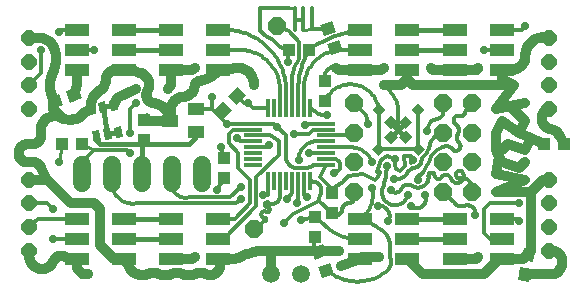
<source format=gtl>
G75*
%MOIN*%
%OFA0B0*%
%FSLAX24Y24*%
%IPPOS*%
%LPD*%
%AMOC8*
5,1,8,0,0,1.08239X$1,22.5*
%
%ADD10R,0.0787X0.0433*%
%ADD11R,0.0315X0.0315*%
%ADD12R,0.0630X0.0118*%
%ADD13R,0.0118X0.0630*%
%ADD14OC8,0.0515*%
%ADD15C,0.0600*%
%ADD16R,0.0433X0.0394*%
%ADD17R,0.0551X0.0394*%
%ADD18R,0.0236X0.0354*%
%ADD19R,0.0394X0.0433*%
%ADD20OC8,0.0600*%
%ADD21C,0.0160*%
%ADD22C,0.0120*%
%ADD23C,0.0278*%
%ADD24C,0.0100*%
%ADD25C,0.0320*%
%ADD26C,0.0357*%
%ADD27C,0.0591*%
D10*
X004160Y001281D03*
X004160Y001950D03*
X004160Y002619D03*
X005735Y002619D03*
X005735Y001950D03*
X005735Y001281D03*
X007310Y001281D03*
X007310Y001950D03*
X007310Y002619D03*
X008885Y002619D03*
X008885Y001950D03*
X008885Y001281D03*
X013609Y001281D03*
X013609Y001950D03*
X013609Y002619D03*
X015184Y002619D03*
X015184Y001950D03*
X015184Y001281D03*
X016759Y001281D03*
X016759Y001950D03*
X016759Y002619D03*
X018334Y002619D03*
X018334Y001950D03*
X018334Y001281D03*
X018334Y007580D03*
X018334Y008249D03*
X018334Y008919D03*
X016759Y008919D03*
X016759Y008249D03*
X016759Y007580D03*
X015184Y007580D03*
X015184Y008249D03*
X015184Y008919D03*
X013609Y008919D03*
X013609Y008249D03*
X013609Y007580D03*
X008885Y007580D03*
X008885Y008249D03*
X008885Y008919D03*
X007310Y008919D03*
X007310Y008249D03*
X007310Y007580D03*
X005735Y007580D03*
X005735Y008249D03*
X005735Y008919D03*
X004160Y008919D03*
X004160Y008249D03*
X004160Y007580D03*
D11*
G36*
X014227Y006475D02*
X014449Y006253D01*
X014227Y006031D01*
X014005Y006253D01*
X014227Y006475D01*
G37*
G36*
X014645Y006058D02*
X014867Y005836D01*
X014645Y005614D01*
X014423Y005836D01*
X014645Y006058D01*
G37*
G36*
X015355Y005836D02*
X015133Y005614D01*
X014911Y005836D01*
X015133Y006058D01*
X015355Y005836D01*
G37*
G36*
X015772Y006253D02*
X015550Y006031D01*
X015328Y006253D01*
X015550Y006475D01*
X015772Y006253D01*
G37*
G36*
X015133Y005126D02*
X014911Y005348D01*
X015133Y005570D01*
X015355Y005348D01*
X015133Y005126D01*
G37*
G36*
X015550Y004708D02*
X015328Y004930D01*
X015550Y005152D01*
X015772Y004930D01*
X015550Y004708D01*
G37*
G36*
X014423Y005348D02*
X014645Y005570D01*
X014867Y005348D01*
X014645Y005126D01*
X014423Y005348D01*
G37*
G36*
X014005Y004930D02*
X014227Y005152D01*
X014449Y004930D01*
X014227Y004708D01*
X014005Y004930D01*
G37*
D12*
X012468Y005001D03*
X012468Y004804D03*
X012468Y004608D03*
X012468Y004411D03*
X012468Y005198D03*
X012468Y005395D03*
X012468Y005592D03*
X012468Y005789D03*
X010027Y005789D03*
X010027Y005592D03*
X010027Y005395D03*
X010027Y005198D03*
X010027Y005001D03*
X010027Y004804D03*
X010027Y004608D03*
X010027Y004411D03*
D13*
X010558Y003879D03*
X010755Y003879D03*
X010952Y003879D03*
X011149Y003879D03*
X011345Y003879D03*
X011542Y003879D03*
X011739Y003879D03*
X011936Y003879D03*
X011936Y006320D03*
X011739Y006320D03*
X011542Y006320D03*
X011345Y006320D03*
X011149Y006320D03*
X010952Y006320D03*
X010755Y006320D03*
X010558Y006320D03*
D14*
X002586Y006281D03*
X002586Y007068D03*
X002586Y007856D03*
X002586Y008643D03*
X002586Y003919D03*
X002586Y003131D03*
X002586Y002344D03*
X002586Y001556D03*
X019908Y001556D03*
X019908Y002344D03*
X019908Y003131D03*
X019908Y003919D03*
X019908Y006281D03*
X019908Y007068D03*
X019908Y007856D03*
X019908Y008643D03*
D15*
X008326Y004415D02*
X008326Y003815D01*
X007326Y003815D02*
X007326Y004415D01*
X006326Y004415D02*
X006326Y003815D01*
X005326Y003815D02*
X005326Y004415D01*
X004326Y004415D02*
X004326Y003815D01*
D16*
G36*
X009334Y006254D02*
X009029Y005949D01*
X008750Y006228D01*
X009055Y006533D01*
X009334Y006254D01*
G37*
G36*
X009807Y006727D02*
X009502Y006422D01*
X009223Y006701D01*
X009528Y007006D01*
X009807Y006727D01*
G37*
X012428Y006537D03*
X012428Y007206D03*
X019731Y005100D03*
X020401Y005100D03*
G36*
X018988Y001235D02*
X019063Y001659D01*
X019450Y001591D01*
X019375Y001167D01*
X018988Y001235D01*
G37*
G36*
X018871Y000576D02*
X018946Y001000D01*
X019333Y000932D01*
X019258Y000508D01*
X018871Y000576D01*
G37*
X012113Y002009D03*
X012113Y002678D03*
G36*
X003722Y006410D02*
X003317Y006263D01*
X003182Y006632D01*
X003587Y006779D01*
X003722Y006410D01*
G37*
G36*
X004351Y006639D02*
X003946Y006492D01*
X003811Y006861D01*
X004216Y007008D01*
X004351Y006639D01*
G37*
D17*
X007271Y005887D03*
X008137Y005513D03*
X008137Y006261D03*
D18*
G36*
X005406Y005659D02*
X005637Y005700D01*
X005698Y005353D01*
X005467Y005312D01*
X005406Y005659D01*
G37*
G36*
X005038Y005594D02*
X005269Y005635D01*
X005330Y005288D01*
X005099Y005247D01*
X005038Y005594D01*
G37*
G36*
X004670Y005529D02*
X004901Y005570D01*
X004962Y005223D01*
X004731Y005182D01*
X004670Y005529D01*
G37*
G36*
X004512Y006421D02*
X004743Y006462D01*
X004804Y006115D01*
X004573Y006074D01*
X004512Y006421D01*
G37*
G36*
X004881Y006486D02*
X005112Y006527D01*
X005173Y006180D01*
X004942Y006139D01*
X004881Y006486D01*
G37*
G36*
X005249Y006551D02*
X005480Y006592D01*
X005541Y006245D01*
X005310Y006204D01*
X005249Y006551D01*
G37*
D19*
X006424Y005926D03*
X006424Y005257D03*
X004338Y005100D03*
X003668Y005100D03*
X009082Y004647D03*
X009082Y003978D03*
X012664Y003466D03*
X012664Y002797D03*
G36*
X012370Y001774D02*
X012505Y001405D01*
X012100Y001258D01*
X011965Y001627D01*
X012370Y001774D01*
G37*
G36*
X012599Y001146D02*
X012734Y000777D01*
X012329Y000630D01*
X012194Y000999D01*
X012599Y001146D01*
G37*
X011897Y008249D03*
X011227Y008249D03*
G36*
X012415Y008699D02*
X012280Y009068D01*
X012685Y009215D01*
X012820Y008846D01*
X012415Y008699D01*
G37*
G36*
X012644Y008070D02*
X012509Y008439D01*
X012914Y008586D01*
X013049Y008217D01*
X012644Y008070D01*
G37*
D20*
X010853Y009037D03*
X013412Y006478D03*
X013412Y005493D03*
X013412Y004509D03*
X013412Y003525D03*
X016365Y003525D03*
X017349Y003525D03*
X017349Y004509D03*
X016365Y004509D03*
X016365Y005493D03*
X017349Y005493D03*
X017349Y006478D03*
X016365Y006478D03*
X010086Y002265D03*
D21*
X007310Y001950D02*
X005735Y001950D01*
X005735Y002619D02*
X007310Y002619D01*
X006326Y004115D02*
X006326Y005100D01*
X007901Y005100D01*
X008097Y005297D01*
X008097Y005474D01*
X008137Y005513D01*
X006326Y005100D02*
X004948Y005100D01*
X004771Y005277D01*
X004816Y005376D01*
X005184Y005441D02*
X005027Y006333D01*
X005395Y006398D01*
X005552Y005506D02*
X005184Y005441D01*
X005735Y008249D02*
X007310Y008249D01*
X007310Y008919D02*
X005735Y008919D01*
X014645Y005836D02*
X014889Y005592D01*
X015133Y005836D01*
X014889Y005592D02*
X014889Y005592D01*
X015133Y005348D01*
X014889Y005592D02*
X014645Y005348D01*
X015184Y002619D02*
X016759Y002619D01*
X016759Y001950D02*
X015184Y001950D01*
X015184Y008249D02*
X016759Y008249D01*
X016759Y008919D02*
X015184Y008919D01*
D22*
X013609Y008919D02*
X013590Y008919D01*
X013019Y008249D02*
X012779Y008328D01*
X013019Y008249D02*
X013609Y008249D01*
X012550Y008957D02*
X011995Y008958D01*
X011995Y009627D01*
X011719Y009627D02*
X011719Y009234D01*
X011719Y008919D01*
X011444Y008919D02*
X011444Y009234D01*
X011719Y009234D01*
X011444Y009234D02*
X011444Y009627D01*
X011247Y009627D02*
X010263Y009627D01*
X010263Y008879D01*
X010460Y008722D01*
X010696Y008564D01*
X010932Y008328D01*
X011227Y008249D01*
X011208Y007856D01*
X011562Y007934D02*
X011562Y008525D01*
X011247Y008879D01*
X009574Y008249D02*
X008885Y008249D01*
X008885Y008919D02*
X009101Y008919D01*
X011345Y007265D02*
X011345Y006320D01*
X011149Y006320D02*
X011149Y006871D01*
X010952Y006871D02*
X010952Y006320D01*
X010558Y006320D02*
X010027Y006320D01*
X009869Y006478D01*
X009752Y006478D01*
X009515Y006714D01*
X010952Y006871D02*
X010950Y006943D01*
X010944Y007015D01*
X010935Y007087D01*
X010922Y007158D01*
X010905Y007228D01*
X010885Y007297D01*
X010860Y007365D01*
X010833Y007431D01*
X010802Y007497D01*
X010767Y007560D01*
X010730Y007622D01*
X010689Y007681D01*
X010645Y007738D01*
X010598Y007793D01*
X010548Y007845D01*
X010496Y007895D01*
X010441Y007942D01*
X010384Y007986D01*
X010325Y008027D01*
X010263Y008064D01*
X010200Y008099D01*
X010134Y008130D01*
X010068Y008157D01*
X010000Y008182D01*
X009931Y008202D01*
X009861Y008219D01*
X009790Y008232D01*
X009718Y008241D01*
X009646Y008247D01*
X009574Y008249D01*
X011739Y006970D02*
X011739Y006320D01*
X011542Y006320D02*
X011542Y006871D01*
X012152Y006163D02*
X012187Y006140D01*
X012224Y006121D01*
X012262Y006104D01*
X012301Y006092D01*
X012342Y006083D01*
X012383Y006078D01*
X012424Y006076D01*
X012466Y006078D01*
X012507Y006084D01*
X012153Y006163D02*
X011936Y006320D01*
X011818Y005789D02*
X012468Y005789D01*
X012468Y005592D02*
X012054Y005592D01*
X011916Y005454D01*
X011405Y005454D01*
X011129Y005415D02*
X010853Y005690D01*
X010755Y005789D01*
X010027Y005789D01*
X009180Y005789D01*
X008885Y006084D01*
X009042Y006241D01*
X008885Y006084D02*
X008688Y006281D01*
X008688Y006674D01*
X009101Y008918D02*
X009190Y008916D01*
X009279Y008910D01*
X009368Y008900D01*
X009456Y008887D01*
X009544Y008869D01*
X009631Y008848D01*
X009717Y008823D01*
X009801Y008795D01*
X009884Y008762D01*
X009966Y008726D01*
X010046Y008687D01*
X010125Y008644D01*
X010201Y008597D01*
X010275Y008548D01*
X010347Y008495D01*
X010417Y008439D01*
X010484Y008380D01*
X010548Y008318D01*
X010610Y008254D01*
X010669Y008187D01*
X010725Y008117D01*
X010778Y008045D01*
X010827Y007971D01*
X010874Y007895D01*
X010917Y007816D01*
X010956Y007736D01*
X010992Y007654D01*
X011025Y007571D01*
X011053Y007487D01*
X011078Y007401D01*
X011099Y007314D01*
X011117Y007226D01*
X011130Y007138D01*
X011140Y007049D01*
X011146Y006960D01*
X011148Y006871D01*
X012428Y007206D02*
X012428Y007363D01*
X011562Y007934D02*
X011528Y007880D01*
X011496Y007823D01*
X011467Y007766D01*
X011441Y007706D01*
X011418Y007646D01*
X011398Y007584D01*
X011381Y007522D01*
X011367Y007458D01*
X011357Y007394D01*
X011350Y007330D01*
X011346Y007265D01*
X012428Y007363D02*
X012430Y007397D01*
X012435Y007430D01*
X012444Y007462D01*
X012457Y007493D01*
X012473Y007523D01*
X012492Y007551D01*
X012514Y007576D01*
X012538Y007599D01*
X012565Y007619D01*
X012594Y007636D01*
X012624Y007650D01*
X012656Y007661D01*
X012689Y007667D01*
X012723Y007671D01*
X012756Y007670D01*
X012790Y007666D01*
X012822Y007659D01*
X013413Y005493D02*
X013341Y005471D01*
X013269Y005451D01*
X013195Y005434D01*
X013121Y005420D01*
X013047Y005409D01*
X012972Y005401D01*
X012897Y005397D01*
X012822Y005395D01*
X012468Y005395D01*
X012468Y005198D02*
X012074Y005198D01*
X012468Y005001D02*
X013314Y005001D01*
X012743Y004608D02*
X012468Y004608D01*
X012074Y005199D02*
X012027Y005189D01*
X011981Y005175D01*
X011936Y005158D01*
X011893Y005137D01*
X011851Y005113D01*
X011811Y005086D01*
X011774Y005056D01*
X011739Y005023D01*
X011706Y004987D01*
X011677Y004949D01*
X011651Y004909D01*
X011627Y004867D01*
X011608Y004823D01*
X011591Y004778D01*
X011578Y004731D01*
X011569Y004684D01*
X011564Y004636D01*
X011562Y004588D01*
X011444Y004312D02*
X011267Y004371D01*
X011129Y004588D01*
X011129Y005415D01*
X010893Y005218D02*
X010597Y005395D01*
X010027Y005395D01*
X010027Y005592D02*
X009377Y005592D01*
X009239Y005454D01*
X009239Y005139D01*
X009554Y004824D01*
X009554Y004312D01*
X009948Y003919D01*
X009948Y003131D01*
X009436Y002619D01*
X008885Y002619D01*
X009475Y003131D02*
X009633Y003289D01*
X009279Y003328D02*
X009633Y003682D01*
X012231Y003210D02*
X012255Y003297D01*
X012277Y003386D01*
X012295Y003474D01*
X012310Y003564D01*
X012309Y003564D02*
X012311Y003595D01*
X012309Y003625D01*
X012303Y003656D01*
X012293Y003685D01*
X012280Y003713D01*
X012264Y003739D01*
X012244Y003763D01*
X012222Y003784D01*
X012198Y003803D01*
X012171Y003818D01*
X012143Y003830D01*
X012113Y003839D01*
X012113Y003840D02*
X011936Y003879D01*
X011739Y003879D02*
X011739Y003426D01*
X011838Y003328D01*
X011542Y003151D02*
X011523Y003131D01*
X011542Y003151D02*
X011542Y003879D01*
X011345Y003879D02*
X011345Y003466D01*
X011168Y003289D01*
X010952Y003426D02*
X010932Y003407D01*
X010952Y003426D02*
X010952Y003879D01*
X010558Y003879D02*
X010558Y003407D01*
X010381Y003407D01*
X010578Y003132D02*
X010607Y003121D01*
X010636Y003115D01*
X010666Y003111D01*
X010697Y003112D01*
X010727Y003115D01*
X010756Y003123D01*
X010784Y003134D01*
X010811Y003148D01*
X010836Y003165D01*
X010859Y003185D01*
X010879Y003207D01*
X010897Y003232D01*
X010911Y003259D01*
X010922Y003287D01*
X010930Y003316D01*
X010934Y003346D01*
X010935Y003377D01*
X010932Y003407D01*
X010578Y003132D02*
X010567Y003144D01*
X010554Y003153D01*
X010539Y003160D01*
X010523Y003163D01*
X010506Y003162D01*
X010491Y003159D01*
X010476Y003152D01*
X010463Y003142D01*
X010453Y003129D01*
X010445Y003115D01*
X010441Y003099D01*
X010440Y003083D01*
X010443Y003067D01*
X010449Y003052D01*
X010458Y003038D01*
X010469Y003027D01*
X010483Y003018D01*
X010499Y003013D01*
X010517Y003014D01*
X010534Y003010D01*
X010550Y003003D01*
X010565Y002994D01*
X010577Y002981D01*
X010587Y002966D01*
X010593Y002950D01*
X010596Y002932D01*
X010595Y002915D01*
X010591Y002897D01*
X010583Y002882D01*
X010573Y002868D01*
X010559Y002856D01*
X010544Y002847D01*
X010527Y002842D01*
X010510Y002840D01*
X010492Y002842D01*
X010475Y002847D01*
X010460Y002855D01*
X010441Y002860D01*
X010422Y002862D01*
X010403Y002860D01*
X010384Y002855D01*
X010367Y002846D01*
X010352Y002834D01*
X010339Y002820D01*
X010329Y002804D01*
X010322Y002786D01*
X010318Y002767D01*
X010318Y002747D01*
X010322Y002728D01*
X010329Y002710D01*
X010339Y002694D01*
X010352Y002680D01*
X010367Y002668D01*
X010384Y002659D01*
X010403Y002654D01*
X010422Y002652D01*
X010441Y002654D01*
X010460Y002659D01*
X010472Y002649D01*
X010481Y002637D01*
X010487Y002622D01*
X010489Y002607D01*
X010488Y002592D01*
X010483Y002577D01*
X010475Y002564D01*
X010464Y002554D01*
X010451Y002546D01*
X010436Y002541D01*
X010421Y002540D01*
X011090Y002462D02*
X011365Y002777D01*
X012231Y003210D01*
X012664Y002797D01*
X012664Y002796D02*
X012685Y002778D01*
X012709Y002763D01*
X012735Y002752D01*
X012761Y002743D01*
X012789Y002739D01*
X012817Y002738D01*
X012845Y002741D01*
X012872Y002748D01*
X012898Y002758D01*
X012922Y002771D01*
X012945Y002788D01*
X012965Y002807D01*
X012982Y002829D01*
X012997Y002854D01*
X013007Y002879D01*
X013015Y002906D01*
X013019Y002934D01*
X013023Y002961D01*
X013030Y002988D01*
X013041Y003013D01*
X013055Y003037D01*
X013071Y003059D01*
X013091Y003079D01*
X013113Y003095D01*
X013137Y003109D01*
X013162Y003120D01*
X013189Y003127D01*
X013216Y003131D01*
X013216Y003132D02*
X013247Y003136D01*
X013277Y003143D01*
X013306Y003155D01*
X013334Y003169D01*
X013359Y003188D01*
X013382Y003209D01*
X013402Y003232D01*
X013420Y003258D01*
X013434Y003286D01*
X013444Y003316D01*
X013451Y003346D01*
X013454Y003377D01*
X013453Y003408D01*
X013448Y003439D01*
X013440Y003469D01*
X013428Y003498D01*
X013413Y003525D01*
X012547Y002305D02*
X012602Y002259D01*
X012660Y002216D01*
X012719Y002176D01*
X012781Y002139D01*
X012844Y002105D01*
X012909Y002074D01*
X012975Y002047D01*
X013043Y002022D01*
X013111Y002001D01*
X013181Y001984D01*
X013251Y001970D01*
X013322Y001959D01*
X013394Y001951D01*
X013466Y001948D01*
X013537Y001947D01*
X013609Y001950D01*
X014476Y000848D02*
X014414Y000803D01*
X014349Y000761D01*
X014283Y000722D01*
X014215Y000687D01*
X014146Y000655D01*
X014075Y000626D01*
X014003Y000601D01*
X013929Y000579D01*
X013855Y000561D01*
X013779Y000546D01*
X013704Y000536D01*
X013627Y000529D01*
X013551Y000525D01*
X013474Y000526D01*
X013398Y000530D01*
X013321Y000538D01*
X013246Y000549D01*
X013171Y000564D01*
X013096Y000583D01*
X013023Y000605D01*
X012951Y000631D01*
X012880Y000661D01*
X012811Y000693D01*
X012743Y000729D01*
X012743Y000730D02*
X012464Y000888D01*
X010420Y002541D02*
X010349Y002491D01*
X010280Y002439D01*
X010213Y002384D01*
X010148Y002326D01*
X010086Y002265D01*
X010145Y003052D02*
X009082Y001950D01*
X008885Y001950D01*
X009475Y003131D02*
X006129Y003131D01*
X005326Y003737D02*
X005326Y004115D01*
X005326Y003738D02*
X005335Y003687D01*
X005347Y003638D01*
X005363Y003590D01*
X005382Y003543D01*
X005405Y003497D01*
X005430Y003453D01*
X005459Y003412D01*
X005491Y003372D01*
X005526Y003335D01*
X005563Y003300D01*
X005602Y003268D01*
X005644Y003239D01*
X005687Y003212D01*
X005733Y003190D01*
X005779Y003170D01*
X005828Y003154D01*
X005877Y003141D01*
X005927Y003132D01*
X005977Y003126D01*
X006028Y003124D01*
X006079Y003126D01*
X006129Y003131D01*
X007326Y003706D02*
X007326Y004115D01*
X007326Y003706D02*
X007336Y003665D01*
X007350Y003625D01*
X007368Y003586D01*
X007388Y003549D01*
X007412Y003514D01*
X007439Y003481D01*
X007469Y003450D01*
X007501Y003423D01*
X007535Y003398D01*
X007571Y003376D01*
X007610Y003358D01*
X007649Y003343D01*
X007690Y003331D01*
X007732Y003323D01*
X007774Y003319D01*
X007816Y003318D01*
X007858Y003321D01*
X007900Y003328D01*
X007901Y003328D02*
X009279Y003328D01*
X008845Y003564D02*
X009082Y003978D01*
X010145Y003997D02*
X010893Y004745D01*
X010893Y005218D01*
X010578Y005060D02*
X010519Y005001D01*
X010027Y005001D01*
X010027Y005198D02*
X009613Y005198D01*
X009515Y005297D01*
X008983Y005001D02*
X009082Y004647D01*
X010145Y003997D02*
X010145Y003052D01*
X011641Y002580D02*
X012113Y002678D01*
X012546Y002304D01*
X012113Y002009D02*
X012034Y001556D01*
X012235Y001516D02*
X011247Y001556D01*
X013609Y002620D02*
X013699Y002588D01*
X013788Y002552D01*
X013876Y002513D01*
X013962Y002471D01*
X014046Y002425D01*
X014128Y002376D01*
X014208Y002323D01*
X014286Y002268D01*
X014362Y002209D01*
X014435Y002147D01*
X014436Y002147D02*
X014465Y002120D01*
X014492Y002089D01*
X014516Y002057D01*
X014536Y002023D01*
X014554Y001987D01*
X014569Y001950D01*
X014580Y001912D01*
X014588Y001872D01*
X014593Y001833D01*
X014594Y001793D01*
X014633Y001241D02*
X014637Y001201D01*
X014638Y001161D01*
X014634Y001120D01*
X014627Y001080D01*
X014616Y001042D01*
X014600Y001004D01*
X014582Y000968D01*
X014560Y000934D01*
X014534Y000903D01*
X014506Y000874D01*
X014475Y000847D01*
X014633Y001241D02*
X014617Y001351D01*
X014605Y001461D01*
X014598Y001571D01*
X014594Y001682D01*
X014593Y001792D01*
X014554Y002540D02*
X014570Y002573D01*
X014582Y002608D01*
X014590Y002643D01*
X014594Y002679D01*
X014595Y002716D01*
X014592Y002752D01*
X014585Y002788D01*
X014574Y002823D01*
X014560Y002857D01*
X014543Y002889D01*
X014522Y002919D01*
X014498Y002946D01*
X014472Y002971D01*
X014443Y002993D01*
X014411Y003012D01*
X014379Y003028D01*
X014344Y003040D01*
X014309Y003049D01*
X014273Y003054D01*
X014236Y003055D01*
X014200Y003052D01*
X014396Y003721D02*
X014378Y003685D01*
X014362Y003646D01*
X014351Y003607D01*
X014343Y003567D01*
X014339Y003526D01*
X014338Y003485D01*
X014342Y003444D01*
X014350Y003403D01*
X014361Y003364D01*
X014376Y003326D01*
X014394Y003289D01*
X014416Y003254D01*
X014441Y003222D01*
X014469Y003191D01*
X014500Y003164D01*
X014533Y003140D01*
X014568Y003119D01*
X014605Y003101D01*
X014644Y003087D01*
X014683Y003077D01*
X014724Y003070D01*
X014765Y003067D01*
X014806Y003068D01*
X014847Y003073D01*
X014887Y003082D01*
X014926Y003094D01*
X014964Y003111D01*
X015000Y003130D01*
X015034Y003153D01*
X015066Y003179D01*
X015095Y003208D01*
X015121Y003240D01*
X015145Y003273D01*
X015165Y003309D01*
X015181Y003347D01*
X015194Y003386D01*
X015203Y003426D01*
X014987Y003603D02*
X015000Y003631D01*
X015016Y003656D01*
X015036Y003680D01*
X015058Y003700D01*
X015082Y003718D01*
X015109Y003733D01*
X015137Y003744D01*
X015166Y003752D01*
X015196Y003756D01*
X015227Y003757D01*
X015257Y003753D01*
X015286Y003746D01*
X015315Y003735D01*
X015341Y003721D01*
X015539Y003919D02*
X015529Y003934D01*
X015522Y003952D01*
X015518Y003970D01*
X015517Y003989D01*
X015520Y004007D01*
X015526Y004025D01*
X015535Y004041D01*
X015547Y004055D01*
X015562Y004067D01*
X015578Y004076D01*
X015893Y004037D02*
X015895Y004000D01*
X015893Y003964D01*
X015887Y003928D01*
X015878Y003893D01*
X015865Y003859D01*
X015848Y003827D01*
X015828Y003796D01*
X015805Y003768D01*
X015779Y003742D01*
X015751Y003719D01*
X015720Y003700D01*
X015688Y003683D01*
X015654Y003670D01*
X015618Y003661D01*
X015582Y003656D01*
X015546Y003654D01*
X015510Y003656D01*
X015474Y003662D01*
X015439Y003672D01*
X015405Y003685D01*
X015372Y003702D01*
X015342Y003722D01*
X014948Y003958D02*
X014751Y003958D01*
X014633Y003565D02*
X014652Y003545D01*
X014674Y003528D01*
X014698Y003514D01*
X014724Y003503D01*
X014751Y003496D01*
X014778Y003492D01*
X014806Y003491D01*
X014834Y003494D01*
X014861Y003501D01*
X014887Y003511D01*
X014911Y003524D01*
X014934Y003540D01*
X014954Y003559D01*
X014972Y003581D01*
X014987Y003604D01*
X015302Y003053D02*
X015328Y003032D01*
X015356Y003013D01*
X015386Y002998D01*
X015417Y002987D01*
X015449Y002978D01*
X015482Y002974D01*
X015516Y002973D01*
X015549Y002976D01*
X015581Y002983D01*
X015613Y002993D01*
X015644Y003006D01*
X015672Y003023D01*
X015699Y003043D01*
X015723Y003066D01*
X015745Y003092D01*
X015764Y003119D01*
X015779Y003149D01*
X015791Y003180D01*
X015800Y003212D01*
X015805Y003245D01*
X015806Y003278D01*
X015803Y003312D01*
X015797Y003344D01*
X015788Y003376D01*
X015774Y003407D01*
X016365Y003525D02*
X016759Y003131D01*
X016785Y003108D01*
X016813Y003087D01*
X016843Y003070D01*
X016875Y003055D01*
X016908Y003044D01*
X016942Y003037D01*
X016976Y003033D01*
X017011Y003032D01*
X017046Y003035D01*
X017080Y003042D01*
X017113Y003052D01*
X017743Y002934D02*
X017940Y003131D01*
X018924Y003131D01*
X018845Y002619D02*
X018334Y002619D01*
X018845Y002619D02*
X018924Y002541D01*
X018334Y001950D02*
X017940Y001950D01*
X017743Y002147D01*
X017743Y002934D01*
X017428Y002737D02*
X017437Y002765D01*
X017442Y002794D01*
X017443Y002823D01*
X017441Y002853D01*
X017435Y002882D01*
X017427Y002909D01*
X017414Y002936D01*
X017399Y002961D01*
X017381Y002984D01*
X017360Y003005D01*
X017337Y003023D01*
X017312Y003038D01*
X017285Y003051D01*
X017258Y003059D01*
X017229Y003065D01*
X017199Y003067D01*
X017170Y003066D01*
X017141Y003061D01*
X017113Y003052D01*
X017350Y003525D02*
X017358Y003559D01*
X017363Y003594D01*
X017364Y003629D01*
X017361Y003664D01*
X017355Y003699D01*
X017346Y003733D01*
X017333Y003765D01*
X017316Y003796D01*
X017297Y003826D01*
X017275Y003853D01*
X017250Y003877D01*
X017223Y003900D01*
X017193Y003919D01*
X017162Y003935D01*
X017129Y003948D01*
X017095Y003957D01*
X017061Y003963D01*
X017026Y003965D01*
X016991Y003964D01*
X016956Y003959D01*
X016955Y003957D02*
X016934Y003955D01*
X016913Y003956D01*
X016892Y003961D01*
X016872Y003969D01*
X016854Y003981D01*
X016838Y003995D01*
X016825Y004012D01*
X016814Y004031D01*
X016807Y004051D01*
X016803Y004072D01*
X016803Y004093D01*
X016807Y004115D01*
X016814Y004135D01*
X016824Y004154D01*
X016837Y004170D01*
X016853Y004185D01*
X016871Y004196D01*
X016891Y004205D01*
X016912Y004210D01*
X016933Y004211D01*
X016955Y004209D01*
X016975Y004203D01*
X016995Y004194D01*
X016995Y004195D02*
X017015Y004174D01*
X017032Y004151D01*
X017046Y004126D01*
X017057Y004100D01*
X017064Y004072D01*
X017068Y004044D01*
X017067Y004015D01*
X017064Y003987D01*
X017056Y003959D01*
X017045Y003933D01*
X017031Y003908D01*
X017013Y003886D01*
X016993Y003865D01*
X016970Y003848D01*
X016945Y003834D01*
X016919Y003823D01*
X016891Y003815D01*
X016863Y003811D01*
X016834Y003811D01*
X016806Y003815D01*
X016778Y003822D01*
X016752Y003833D01*
X016727Y003847D01*
X016704Y003865D01*
X016684Y003885D01*
X016666Y003907D01*
X016652Y003932D01*
X016640Y003958D01*
X016641Y003958D02*
X016632Y003982D01*
X016620Y004004D01*
X016605Y004023D01*
X016587Y004041D01*
X016567Y004056D01*
X016545Y004067D01*
X016521Y004076D01*
X016496Y004081D01*
X016471Y004082D01*
X016447Y004080D01*
X016422Y004074D01*
X016399Y004064D01*
X016377Y004052D01*
X016358Y004036D01*
X016341Y004018D01*
X016326Y003998D01*
X016314Y003982D01*
X016299Y003969D01*
X016282Y003958D01*
X016264Y003950D01*
X016245Y003946D01*
X016226Y003944D01*
X016206Y003946D01*
X016187Y003951D01*
X016169Y003959D01*
X016168Y003958D02*
X016148Y003972D01*
X016131Y003989D01*
X016116Y004009D01*
X016104Y004030D01*
X016095Y004052D01*
X016089Y004076D01*
X016083Y004095D01*
X016074Y004112D01*
X016061Y004127D01*
X016046Y004139D01*
X016029Y004149D01*
X016010Y004154D01*
X015991Y004156D01*
X015971Y004154D01*
X015953Y004148D01*
X015936Y004139D01*
X015920Y004127D01*
X015908Y004112D01*
X015899Y004095D01*
X015893Y004076D01*
X015891Y004057D01*
X015893Y004037D01*
X015696Y004155D02*
X015775Y004273D01*
X015696Y004155D02*
X015682Y004135D01*
X015665Y004117D01*
X015646Y004102D01*
X015625Y004090D01*
X015602Y004081D01*
X015578Y004076D01*
X015421Y004312D02*
X015388Y004305D01*
X015356Y004295D01*
X015325Y004281D01*
X015296Y004264D01*
X015270Y004243D01*
X015245Y004220D01*
X015224Y004194D01*
X015105Y004371D02*
X014948Y004194D01*
X014810Y004293D01*
X014790Y004411D01*
X014790Y004608D01*
X014495Y004706D01*
X014298Y004568D01*
X014160Y004174D01*
X014259Y004174D01*
X014219Y004017D01*
X014101Y003919D01*
X013708Y004115D01*
X013216Y004056D01*
X013058Y003840D01*
X012664Y003604D01*
X012664Y003466D01*
X012664Y003604D02*
X012271Y003997D01*
X012468Y004411D01*
X012054Y004411D01*
X012034Y004391D01*
X011838Y004312D01*
X011444Y004312D01*
X014396Y003722D02*
X014422Y003812D01*
X014443Y003904D01*
X014461Y003997D01*
X014475Y004090D01*
X014486Y004183D01*
X014492Y004277D01*
X014495Y004371D01*
X014947Y003958D02*
X014984Y003969D01*
X015018Y003983D01*
X015052Y004000D01*
X015084Y004021D01*
X015113Y004044D01*
X015141Y004070D01*
X015166Y004098D01*
X015188Y004128D01*
X015207Y004160D01*
X015223Y004194D01*
X015105Y004371D02*
X015086Y004706D01*
X015322Y004726D01*
X015302Y004489D01*
X015381Y004588D01*
X015420Y004312D02*
X015452Y004318D01*
X015483Y004328D01*
X015513Y004341D01*
X015541Y004357D01*
X015567Y004377D01*
X015590Y004399D01*
X015611Y004423D01*
X015630Y004450D01*
X015645Y004479D01*
X015656Y004509D01*
X015657Y004509D02*
X015658Y004542D01*
X015663Y004574D01*
X015671Y004606D01*
X015682Y004637D01*
X015696Y004666D01*
X015550Y004930D02*
X015550Y006253D01*
X015971Y005887D02*
X016267Y005985D01*
X016365Y006084D01*
X016365Y006478D01*
X016916Y006045D02*
X016939Y006041D01*
X016962Y006040D01*
X016985Y006043D01*
X017008Y006049D01*
X017029Y006058D01*
X017049Y006070D01*
X017066Y006084D01*
X017082Y006101D01*
X017095Y006120D01*
X017106Y006141D01*
X017113Y006162D01*
X016916Y006045D02*
X016893Y006048D01*
X016869Y006049D01*
X016845Y006045D01*
X016823Y006038D01*
X016802Y006027D01*
X016782Y006013D01*
X016765Y005997D01*
X016751Y005978D01*
X016740Y005957D01*
X016733Y005934D01*
X016729Y005911D01*
X016728Y005887D01*
X016732Y005864D01*
X016739Y005841D01*
X016749Y005820D01*
X016763Y005801D01*
X016779Y005783D01*
X016798Y005769D01*
X016822Y005752D01*
X016844Y005731D01*
X016863Y005708D01*
X016878Y005683D01*
X016891Y005656D01*
X016900Y005627D01*
X016905Y005598D01*
X016907Y005568D01*
X016905Y005539D01*
X016899Y005510D01*
X016890Y005481D01*
X016877Y005454D01*
X016864Y005426D01*
X016853Y005397D01*
X016847Y005367D01*
X016843Y005336D01*
X016844Y005305D01*
X016847Y005274D01*
X016855Y005244D01*
X016865Y005216D01*
X016879Y005188D01*
X016897Y005162D01*
X016916Y005139D01*
X016917Y005139D02*
X016932Y005120D01*
X016944Y005100D01*
X016953Y005077D01*
X016958Y005054D01*
X016959Y005030D01*
X016957Y005006D01*
X016951Y004983D01*
X016941Y004961D01*
X016928Y004941D01*
X016912Y004923D01*
X016894Y004907D01*
X016874Y004895D01*
X016851Y004886D01*
X016828Y004881D01*
X016804Y004879D01*
X016780Y004881D01*
X016757Y004887D01*
X016735Y004896D01*
X016714Y004908D01*
X016696Y004924D01*
X016681Y004942D01*
X016365Y005494D02*
X016321Y005485D01*
X016278Y005471D01*
X016237Y005454D01*
X016197Y005434D01*
X016159Y005411D01*
X016123Y005384D01*
X016090Y005354D01*
X016059Y005322D01*
X016031Y005287D01*
X016005Y005250D01*
X015984Y005211D01*
X015965Y005170D01*
X015950Y005128D01*
X015939Y005085D01*
X015931Y005041D01*
X015550Y004930D02*
X014227Y004930D01*
X014227Y006253D01*
X014889Y006084D02*
X014891Y006146D01*
X014890Y006208D01*
X014884Y006270D01*
X014875Y006331D01*
X014863Y006391D01*
X014846Y006451D01*
X014826Y006510D01*
X014803Y006567D01*
X014776Y006623D01*
X014746Y006677D01*
X014712Y006729D01*
X014675Y006779D01*
X014636Y006826D01*
X014593Y006871D01*
X014594Y006871D02*
X014397Y007068D01*
X011896Y008249D02*
X011848Y008158D01*
X011804Y008066D01*
X011763Y007972D01*
X011725Y007876D01*
X011690Y007779D01*
X011659Y007682D01*
X011632Y007583D01*
X011608Y007483D01*
X011588Y007382D01*
X011571Y007280D01*
X011559Y007179D01*
X011549Y007076D01*
X011544Y006974D01*
X011542Y006871D01*
X011897Y008249D02*
X011958Y008292D01*
X012022Y008333D01*
X012086Y008371D01*
X012153Y008406D01*
X013019Y008250D02*
X012950Y008248D01*
X012881Y008242D01*
X012812Y008233D01*
X012744Y008220D01*
X012677Y008203D01*
X012610Y008183D01*
X012545Y008159D01*
X012482Y008132D01*
X012419Y008101D01*
X012359Y008067D01*
X012301Y008029D01*
X012244Y007989D01*
X012190Y007946D01*
X012139Y007899D01*
X012090Y007850D01*
X012043Y007799D01*
X012000Y007745D01*
X011960Y007688D01*
X011922Y007630D01*
X011888Y007570D01*
X011857Y007507D01*
X011830Y007444D01*
X011806Y007379D01*
X011786Y007312D01*
X011769Y007245D01*
X011756Y007177D01*
X011747Y007108D01*
X011741Y007039D01*
X011739Y006970D01*
X013412Y006478D02*
X013806Y006084D01*
X013885Y005769D01*
X012822Y006970D02*
X012772Y006938D01*
X012724Y006903D01*
X012678Y006866D01*
X012634Y006826D01*
X012593Y006783D01*
X012554Y006738D01*
X012518Y006690D01*
X012485Y006641D01*
X012455Y006590D01*
X012428Y006537D01*
X012822Y006970D02*
X012875Y006999D01*
X012930Y007024D01*
X012987Y007046D01*
X013044Y007064D01*
X013103Y007078D01*
X013163Y007089D01*
X013223Y007095D01*
X013283Y007098D01*
X013344Y007097D01*
X013404Y007092D01*
X013464Y007083D01*
X013523Y007070D01*
X013581Y007053D01*
X013638Y007033D01*
X013693Y007009D01*
X013747Y006982D01*
X013799Y006951D01*
X013849Y006917D01*
X013897Y006879D01*
X013942Y006839D01*
X013984Y006796D01*
X014024Y006750D01*
X014060Y006702D01*
X014093Y006651D01*
X014123Y006599D01*
X014150Y006544D01*
X014173Y006488D01*
X014192Y006431D01*
X014208Y006373D01*
X014220Y006313D01*
X014227Y006253D01*
X014889Y006084D02*
X014889Y005592D01*
X015932Y005041D02*
X015917Y004994D01*
X015899Y004947D01*
X015878Y004902D01*
X015854Y004858D01*
X015828Y004816D01*
X015798Y004775D01*
X015767Y004737D01*
X015732Y004701D01*
X015696Y004667D01*
X016405Y005021D02*
X016431Y005030D01*
X016459Y005036D01*
X016487Y005038D01*
X016515Y005037D01*
X016542Y005032D01*
X016569Y005025D01*
X016595Y005014D01*
X016619Y005000D01*
X016642Y004983D01*
X016662Y004964D01*
X016680Y004942D01*
X016089Y004824D02*
X016060Y004796D01*
X016033Y004765D01*
X016008Y004733D01*
X015985Y004699D01*
X015965Y004663D01*
X015947Y004626D01*
X015932Y004588D01*
X016089Y004824D02*
X016137Y004864D01*
X016186Y004902D01*
X016238Y004936D01*
X016292Y004968D01*
X016347Y004996D01*
X016404Y005021D01*
X015834Y005533D02*
X015873Y005690D01*
X015971Y005887D01*
X015933Y004587D02*
X015908Y004521D01*
X015879Y004457D01*
X015848Y004394D01*
X015813Y004332D01*
X015776Y004272D01*
X013589Y008918D02*
X013473Y008899D01*
X013357Y008876D01*
X013242Y008850D01*
X013128Y008820D01*
X013014Y008787D01*
X012902Y008751D01*
X012791Y008711D01*
X012681Y008668D01*
X012572Y008622D01*
X012465Y008573D01*
X012359Y008521D01*
X012255Y008465D01*
X012152Y008407D01*
X011247Y008880D02*
X011166Y008905D01*
X011086Y008934D01*
X011007Y008965D01*
X010930Y009000D01*
X010854Y009037D01*
X006129Y006478D02*
X005932Y006281D01*
X005932Y005493D01*
X006424Y005257D02*
X006424Y005198D01*
X006326Y005100D01*
X006424Y005100D01*
X005932Y004804D02*
X005834Y004903D01*
X004751Y004903D01*
X004523Y004674D01*
X004326Y004115D01*
X003176Y003131D02*
X002586Y003131D01*
X003176Y003131D02*
X003373Y002934D01*
X002861Y002619D02*
X004160Y002619D01*
X004160Y001950D02*
X003373Y001950D01*
X002861Y002619D02*
X002586Y002344D01*
X008137Y005513D02*
X008156Y005493D01*
X008137Y006261D02*
X008156Y006281D01*
X008688Y006281D01*
X006523Y006084D02*
X006424Y005926D01*
X003452Y006521D02*
X003373Y006674D01*
X002586Y007068D02*
X002979Y007462D01*
X002979Y008249D01*
X004160Y008249D02*
X004751Y008249D01*
X004160Y008919D02*
X003649Y008919D01*
X003570Y008840D01*
X011759Y005730D02*
X011818Y005789D01*
X011916Y004804D02*
X012468Y004804D01*
X012743Y004607D02*
X012772Y004603D01*
X012800Y004595D01*
X012827Y004583D01*
X012852Y004568D01*
X012875Y004550D01*
X012895Y004529D01*
X012913Y004506D01*
X012927Y004480D01*
X012938Y004453D01*
X012946Y004425D01*
X012950Y004396D01*
X012950Y004366D01*
X012946Y004337D01*
X012938Y004309D01*
X012927Y004282D01*
X012913Y004256D01*
X012895Y004233D01*
X012875Y004212D01*
X012852Y004194D01*
X012827Y004179D01*
X012800Y004167D01*
X012772Y004159D01*
X012743Y004155D01*
X013314Y005001D02*
X013367Y004999D01*
X013420Y004993D01*
X013472Y004984D01*
X013523Y004970D01*
X013574Y004953D01*
X013623Y004932D01*
X013670Y004908D01*
X013715Y004880D01*
X013758Y004850D01*
X013799Y004816D01*
X013838Y004779D01*
X013873Y004739D01*
X013906Y004697D01*
X013935Y004653D01*
X013961Y004607D01*
X013984Y004559D01*
X014003Y004509D01*
X014003Y003643D02*
X014017Y003586D01*
X014027Y003529D01*
X014033Y003470D01*
X014036Y003412D01*
X014035Y003353D01*
X014030Y003294D01*
X014022Y003236D01*
X014009Y003179D01*
X013994Y003122D01*
X013974Y003067D01*
X013952Y003013D01*
X013925Y002960D01*
X013896Y002910D01*
X013863Y002861D01*
X013828Y002814D01*
X013789Y002770D01*
X013748Y002728D01*
X013704Y002689D01*
X013658Y002653D01*
X013609Y002620D01*
X017113Y006163D02*
X017126Y006206D01*
X017143Y006248D01*
X017163Y006288D01*
X017187Y006326D01*
X017214Y006362D01*
X017244Y006395D01*
X017277Y006426D01*
X017312Y006453D01*
X017349Y006478D01*
X017743Y008249D02*
X018334Y008249D01*
X018334Y008919D02*
X019003Y008919D01*
X019121Y009037D01*
D23*
X019121Y009037D03*
X017743Y008249D03*
X012507Y006084D03*
X011759Y005730D03*
X011405Y005454D03*
X010853Y005690D03*
X010578Y005060D03*
X009515Y005297D03*
X008983Y005001D03*
X009180Y005789D03*
X009869Y006478D03*
X008688Y006674D03*
X006129Y006478D03*
X005932Y005493D03*
X005932Y004804D03*
X003570Y004509D03*
X003373Y002934D03*
X003373Y001950D03*
X008845Y003564D03*
X009633Y003682D03*
X009633Y003289D03*
X010381Y003407D03*
X011168Y003289D03*
X011523Y003131D03*
X011838Y003328D03*
X011641Y002580D03*
X011090Y002462D03*
X014003Y003643D03*
X014633Y003564D03*
X015204Y003426D03*
X015302Y003052D03*
X015775Y003407D03*
X015538Y003919D03*
X014751Y003958D03*
X014495Y004371D03*
X014790Y004608D03*
X015381Y004588D03*
X014003Y004509D03*
X012743Y004155D03*
X011562Y004588D03*
X011916Y004804D03*
X013885Y005769D03*
X015834Y005533D03*
X011208Y007856D03*
X004751Y008249D03*
X003570Y008840D03*
X002979Y008249D03*
X014200Y003052D03*
X014554Y002541D03*
X017428Y002737D03*
X018924Y002541D03*
X018924Y003131D03*
D24*
X011995Y008958D02*
X011719Y008919D01*
X011444Y009627D02*
X011247Y009627D01*
X004751Y004903D02*
X004338Y005100D01*
X003668Y005100D02*
X003570Y004509D01*
D25*
X002586Y001556D02*
X002586Y001359D01*
X002588Y001319D01*
X002593Y001280D01*
X002603Y001242D01*
X002616Y001204D01*
X002632Y001168D01*
X002652Y001134D01*
X002675Y001102D01*
X002700Y001072D01*
X002729Y001044D01*
X002760Y001020D01*
X002793Y000998D01*
X002828Y000980D01*
X002865Y000965D01*
X002903Y000953D01*
X002941Y000946D01*
X002981Y000942D01*
X003020Y000941D01*
X003060Y000945D01*
X003099Y000952D01*
X003137Y000963D01*
X003174Y000977D01*
X003209Y000995D01*
X003243Y001016D01*
X003274Y001040D01*
X003303Y001067D01*
X003329Y001096D01*
X003353Y001128D01*
X003373Y001162D01*
X003373Y001163D02*
X003412Y001241D01*
X003413Y001241D02*
X003428Y001267D01*
X003445Y001291D01*
X003465Y001312D01*
X003487Y001332D01*
X003512Y001349D01*
X003538Y001363D01*
X003566Y001373D01*
X003594Y001381D01*
X003623Y001386D01*
X003653Y001387D01*
X003682Y001385D01*
X003712Y001379D01*
X003740Y001371D01*
X003767Y001359D01*
X004160Y001163D01*
X004160Y000966D01*
X004357Y000769D01*
X004554Y000769D01*
X004160Y001163D02*
X004160Y001281D01*
X004948Y001753D02*
X005420Y001281D01*
X005735Y001281D01*
X005932Y000966D01*
X005956Y000931D01*
X005983Y000898D01*
X006013Y000868D01*
X006044Y000841D01*
X006079Y000816D01*
X006115Y000795D01*
X006153Y000776D01*
X006192Y000761D01*
X006233Y000749D01*
X006274Y000741D01*
X006316Y000737D01*
X006358Y000736D01*
X006401Y000739D01*
X006442Y000745D01*
X006483Y000755D01*
X006523Y000769D01*
X006522Y000768D02*
X006565Y000783D01*
X006608Y000794D01*
X006652Y000801D01*
X006697Y000805D01*
X006741Y000805D01*
X006786Y000801D01*
X006830Y000794D01*
X006873Y000783D01*
X006916Y000768D01*
X006916Y000769D02*
X006959Y000754D01*
X007002Y000743D01*
X007046Y000736D01*
X007091Y000732D01*
X007135Y000732D01*
X007180Y000736D01*
X007224Y000743D01*
X007267Y000754D01*
X007310Y000769D01*
X007310Y001281D02*
X008019Y001281D01*
X008097Y001359D01*
X008098Y000769D02*
X008055Y000754D01*
X008012Y000743D01*
X007968Y000736D01*
X007923Y000732D01*
X007879Y000732D01*
X007834Y000736D01*
X007790Y000743D01*
X007747Y000754D01*
X007704Y000769D01*
X008491Y000769D02*
X008525Y000757D01*
X008560Y000750D01*
X008596Y000746D01*
X008632Y000747D01*
X008668Y000751D01*
X008703Y000758D01*
X008737Y000770D01*
X008770Y000785D01*
X008801Y000804D01*
X008829Y000825D01*
X008856Y000850D01*
X008879Y000878D01*
X008900Y000907D01*
X008917Y000939D01*
X008930Y000972D01*
X008940Y001007D01*
X008947Y001042D01*
X008949Y001078D01*
X008948Y001114D01*
X008942Y001150D01*
X008933Y001185D01*
X008921Y001219D01*
X008904Y001251D01*
X008885Y001281D01*
X009357Y001281D01*
X008885Y001281D02*
X008806Y001281D01*
X009357Y001281D02*
X009404Y001283D01*
X009450Y001288D01*
X009496Y001296D01*
X009542Y001307D01*
X009586Y001322D01*
X009630Y001339D01*
X009672Y001360D01*
X010656Y001556D02*
X010656Y000769D01*
X010656Y001556D02*
X011247Y001556D01*
X012034Y001556D01*
X012920Y001556D01*
X012979Y001045D02*
X013609Y001281D01*
X013688Y001359D01*
X014239Y001359D01*
X015184Y001281D02*
X015696Y000769D01*
X015775Y000769D01*
X017743Y000769D01*
X018255Y001281D01*
X018334Y001281D01*
X019042Y001281D01*
X019121Y001359D01*
X019219Y001413D01*
X019121Y001359D02*
X019318Y001556D01*
X019318Y003525D01*
X018137Y003525D01*
X019121Y003919D01*
X018137Y004115D01*
X018255Y004667D01*
X018334Y004509D01*
X018924Y004312D01*
X019121Y004509D01*
X019121Y004903D02*
X018531Y005100D01*
X018334Y004903D01*
X018137Y004903D02*
X018255Y004667D01*
X018137Y004903D02*
X018137Y005493D01*
X018334Y005887D01*
X018924Y005493D01*
X019318Y005297D01*
X019121Y004903D01*
X019318Y005297D02*
X019731Y005100D01*
X019948Y005611D02*
X019987Y005602D01*
X020026Y005589D01*
X020064Y005573D01*
X020099Y005553D01*
X020133Y005530D01*
X020164Y005504D01*
X020193Y005475D01*
X020220Y005444D01*
X020243Y005410D01*
X020263Y005375D01*
X020401Y005100D01*
X019121Y005887D02*
X018924Y005493D01*
X019121Y005887D02*
X018600Y006373D01*
X019121Y006478D01*
X018600Y006373D02*
X018137Y006281D01*
X018727Y007068D01*
X018334Y007265D01*
X018334Y007580D01*
X018649Y007580D01*
X018690Y007582D01*
X018731Y007587D01*
X018771Y007596D01*
X018810Y007608D01*
X018848Y007624D01*
X018885Y007643D01*
X018920Y007665D01*
X018952Y007690D01*
X018983Y007718D01*
X019011Y007749D01*
X019036Y007781D01*
X019058Y007816D01*
X019077Y007853D01*
X019093Y007891D01*
X019105Y007930D01*
X019114Y007970D01*
X019119Y008011D01*
X019121Y008052D01*
X019123Y008099D01*
X019128Y008147D01*
X019137Y008193D01*
X019150Y008239D01*
X019166Y008284D01*
X019186Y008327D01*
X019209Y008369D01*
X019235Y008408D01*
X019264Y008446D01*
X019296Y008481D01*
X019330Y008514D01*
X019367Y008544D01*
X019406Y008571D01*
X019447Y008595D01*
X019490Y008616D01*
X019534Y008633D01*
X019580Y008647D01*
X019626Y008657D01*
X019673Y008664D01*
X019720Y008667D01*
X019768Y008666D01*
X019815Y008662D01*
X019862Y008654D01*
X019908Y008642D01*
X017547Y007659D02*
X017545Y007644D01*
X017541Y007629D01*
X017534Y007615D01*
X017524Y007603D01*
X017512Y007593D01*
X017498Y007586D01*
X017483Y007582D01*
X017468Y007580D01*
X016759Y007580D01*
X016050Y007580D01*
X015971Y007659D01*
X015184Y007580D02*
X015184Y007265D01*
X014987Y007068D01*
X014397Y007068D01*
X015184Y007265D02*
X015381Y007068D01*
X018727Y007068D01*
X019909Y006281D02*
X019876Y006269D01*
X019844Y006253D01*
X019814Y006235D01*
X019786Y006213D01*
X019760Y006189D01*
X019737Y006162D01*
X019717Y006133D01*
X019700Y006102D01*
X019686Y006070D01*
X019676Y006036D01*
X019669Y006001D01*
X019665Y005966D01*
X019666Y005931D01*
X019669Y005896D01*
X019677Y005861D01*
X019688Y005827D01*
X019702Y005795D01*
X019720Y005764D01*
X019740Y005736D01*
X019764Y005709D01*
X019790Y005685D01*
X019818Y005664D01*
X019848Y005646D01*
X019880Y005631D01*
X019914Y005620D01*
X019948Y005612D01*
X019908Y003919D02*
X019712Y003919D01*
X019318Y003525D01*
X017546Y001359D02*
X017468Y001281D01*
X016759Y001281D01*
X019102Y000754D02*
X019515Y000769D01*
X019948Y000768D02*
X019987Y000769D01*
X020025Y000773D01*
X020063Y000781D01*
X020099Y000793D01*
X020135Y000808D01*
X020169Y000826D01*
X020201Y000848D01*
X020230Y000873D01*
X020257Y000900D01*
X020282Y000930D01*
X020303Y000962D01*
X020321Y000996D01*
X020335Y001032D01*
X020346Y001069D01*
X020354Y001107D01*
X020358Y001145D01*
X020358Y001184D01*
X020354Y001222D01*
X020346Y001260D01*
X020335Y001297D01*
X020320Y001333D01*
X020302Y001367D01*
X020281Y001399D01*
X020257Y001429D01*
X020229Y001456D01*
X020200Y001481D01*
X020168Y001502D01*
X020134Y001521D01*
X020098Y001536D01*
X020062Y001547D01*
X020024Y001555D01*
X019986Y001559D01*
X019947Y001560D01*
X019909Y001556D01*
X019948Y000769D02*
X019803Y000773D01*
X019659Y000773D01*
X019514Y000769D01*
X010421Y001556D02*
X010343Y001553D01*
X010265Y001545D01*
X010188Y001534D01*
X010111Y001520D01*
X010035Y001502D01*
X009960Y001480D01*
X009886Y001455D01*
X009813Y001427D01*
X009742Y001395D01*
X009672Y001360D01*
X008491Y000768D02*
X008448Y000783D01*
X008405Y000794D01*
X008361Y000801D01*
X008316Y000805D01*
X008272Y000805D01*
X008227Y000801D01*
X008183Y000794D01*
X008140Y000783D01*
X008097Y000768D01*
X007704Y000768D02*
X007661Y000783D01*
X007618Y000794D01*
X007574Y000801D01*
X007529Y000805D01*
X007485Y000805D01*
X007440Y000801D01*
X007396Y000794D01*
X007353Y000783D01*
X007310Y000768D01*
X004948Y001753D02*
X004948Y002934D01*
X004751Y003131D01*
X003964Y003131D01*
X003176Y003919D01*
X002979Y004312D01*
X002961Y004344D01*
X002941Y004373D01*
X002917Y004401D01*
X002891Y004426D01*
X002862Y004448D01*
X002831Y004468D01*
X002799Y004484D01*
X002765Y004497D01*
X002730Y004506D01*
X002694Y004512D01*
X002658Y004515D01*
X002621Y004514D01*
X002585Y004509D01*
X002586Y004509D02*
X002552Y004505D01*
X002518Y004504D01*
X002485Y004508D01*
X002451Y004515D01*
X002419Y004526D01*
X002389Y004540D01*
X002360Y004558D01*
X002333Y004579D01*
X002309Y004603D01*
X002288Y004629D01*
X002270Y004658D01*
X002255Y004688D01*
X002244Y004720D01*
X002236Y004753D01*
X002232Y004787D01*
X002232Y004821D01*
X002236Y004855D01*
X002244Y004888D01*
X002255Y004920D01*
X002270Y004950D01*
X002288Y004979D01*
X002309Y005005D01*
X002333Y005029D01*
X002360Y005050D01*
X002389Y005068D01*
X002419Y005082D01*
X002451Y005093D01*
X002485Y005100D01*
X002518Y005104D01*
X002552Y005103D01*
X002586Y005099D01*
X002585Y005099D02*
X002621Y005095D01*
X002658Y005094D01*
X002694Y005097D01*
X002730Y005104D01*
X002764Y005115D01*
X002798Y005130D01*
X002829Y005148D01*
X002859Y005169D01*
X002886Y005193D01*
X002910Y005220D01*
X002931Y005250D01*
X002949Y005281D01*
X002964Y005315D01*
X002975Y005349D01*
X002982Y005385D01*
X002985Y005421D01*
X002984Y005458D01*
X002980Y005494D01*
X002980Y005493D02*
X002974Y005535D01*
X002972Y005577D01*
X002974Y005620D01*
X002980Y005662D01*
X002989Y005703D01*
X003002Y005743D01*
X003019Y005782D01*
X003039Y005819D01*
X003063Y005854D01*
X003090Y005887D01*
X003119Y005918D01*
X003151Y005945D01*
X003185Y005970D01*
X003222Y005991D01*
X003260Y006009D01*
X003300Y006024D01*
X003341Y006034D01*
X003383Y006041D01*
X003425Y006045D01*
X003467Y006044D01*
X003509Y006040D01*
X003551Y006032D01*
X003591Y006020D01*
X003631Y006004D01*
X003669Y005985D01*
X003668Y005985D02*
X003373Y006281D01*
X003373Y006674D01*
X003963Y005926D02*
X004003Y005925D01*
X004043Y005927D01*
X004082Y005932D01*
X004121Y005941D01*
X004160Y005952D01*
X004197Y005967D01*
X004232Y005985D01*
X004266Y006006D01*
X004299Y006029D01*
X004329Y006055D01*
X004357Y006084D01*
X004358Y006084D02*
X004380Y006113D01*
X004404Y006139D01*
X004432Y006163D01*
X004461Y006185D01*
X004492Y006204D01*
X004525Y006219D01*
X004559Y006232D01*
X004594Y006241D01*
X004658Y006268D02*
X004650Y006314D01*
X004646Y006360D01*
X004645Y006406D01*
X004648Y006452D01*
X004655Y006498D01*
X004666Y006543D01*
X004680Y006587D01*
X004698Y006630D01*
X004719Y006671D01*
X004744Y006711D01*
X004771Y006748D01*
X004801Y006783D01*
X004835Y006815D01*
X004870Y006845D01*
X004908Y006872D01*
X005519Y006655D02*
X006129Y006950D01*
X006523Y006871D02*
X006541Y006906D01*
X006556Y006942D01*
X006567Y006980D01*
X006575Y007018D01*
X006579Y007057D01*
X006580Y007096D01*
X006576Y007135D01*
X006569Y007174D01*
X006559Y007212D01*
X006545Y007248D01*
X006527Y007283D01*
X006506Y007316D01*
X006483Y007348D01*
X006456Y007376D01*
X006427Y007402D01*
X006395Y007425D01*
X006361Y007445D01*
X006326Y007462D01*
X005735Y007580D02*
X005460Y007580D01*
X005427Y007578D01*
X005395Y007573D01*
X005363Y007565D01*
X005332Y007553D01*
X005303Y007538D01*
X005275Y007520D01*
X005249Y007499D01*
X005226Y007476D01*
X005205Y007450D01*
X005187Y007423D01*
X005172Y007393D01*
X005160Y007362D01*
X005152Y007330D01*
X005147Y007298D01*
X005145Y007265D01*
X005144Y007265D02*
X005139Y007222D01*
X005131Y007179D01*
X005118Y007138D01*
X005103Y007098D01*
X005084Y007059D01*
X005061Y007022D01*
X005036Y006987D01*
X005008Y006954D01*
X004977Y006924D01*
X004944Y006896D01*
X004908Y006871D01*
X005519Y006655D02*
X005395Y006398D01*
X005735Y007580D02*
X005811Y007578D01*
X005886Y007573D01*
X005961Y007563D01*
X006036Y007550D01*
X006110Y007534D01*
X006183Y007513D01*
X006255Y007489D01*
X006325Y007462D01*
X006424Y005926D02*
X006482Y005912D01*
X006540Y005901D01*
X006600Y005893D01*
X006659Y005889D01*
X006719Y005887D01*
X007271Y005887D01*
X007310Y006281D01*
X007309Y006281D02*
X007315Y006321D01*
X007324Y006360D01*
X007337Y006398D01*
X007354Y006434D01*
X007373Y006470D01*
X007396Y006503D01*
X007422Y006534D01*
X007450Y006562D01*
X007481Y006588D01*
X007514Y006611D01*
X007550Y006630D01*
X007586Y006647D01*
X007624Y006660D01*
X007663Y006669D01*
X007703Y006675D01*
X007310Y007068D02*
X007192Y006950D01*
X007310Y007068D02*
X007310Y007580D01*
X008019Y007580D01*
X008097Y007659D01*
X008885Y007580D02*
X009121Y007580D01*
X009357Y007619D02*
X009400Y007632D01*
X009443Y007641D01*
X009487Y007646D01*
X009531Y007648D01*
X009575Y007646D01*
X009619Y007641D01*
X009663Y007632D01*
X009705Y007619D01*
X009746Y007603D01*
X009786Y007583D01*
X009824Y007561D01*
X009860Y007535D01*
X009894Y007506D01*
X009925Y007475D01*
X009954Y007441D01*
X009980Y007405D01*
X010002Y007367D01*
X010022Y007328D01*
X010038Y007286D01*
X010050Y007244D01*
X010060Y007201D01*
X010065Y007157D01*
X010067Y007113D01*
X010065Y007068D01*
X008294Y007226D02*
X008267Y007221D01*
X008241Y007214D01*
X008216Y007203D01*
X008192Y007189D01*
X008170Y007172D01*
X008151Y007153D01*
X008134Y007131D01*
X008120Y007107D01*
X008109Y007082D01*
X008102Y007056D01*
X008097Y007029D01*
X008090Y006991D01*
X008079Y006955D01*
X008065Y006919D01*
X008047Y006885D01*
X008027Y006853D01*
X008003Y006822D01*
X007978Y006794D01*
X007949Y006769D01*
X007919Y006746D01*
X007886Y006726D01*
X007852Y006709D01*
X007816Y006695D01*
X007779Y006685D01*
X007742Y006678D01*
X007704Y006674D01*
X006720Y006478D02*
X006690Y006483D01*
X006660Y006491D01*
X006632Y006504D01*
X006605Y006519D01*
X006581Y006537D01*
X006558Y006558D01*
X006539Y006582D01*
X006522Y006607D01*
X006508Y006635D01*
X006498Y006664D01*
X006491Y006694D01*
X006487Y006724D01*
X006488Y006755D01*
X006491Y006785D01*
X006499Y006815D01*
X006509Y006844D01*
X006523Y006871D01*
X006719Y006478D02*
X006769Y006470D01*
X006818Y006459D01*
X006865Y006445D01*
X006912Y006426D01*
X006957Y006405D01*
X007001Y006380D01*
X007042Y006351D01*
X007081Y006320D01*
X007118Y006286D01*
X007152Y006249D01*
X007183Y006210D01*
X007212Y006169D01*
X007237Y006125D01*
X007258Y006080D01*
X007277Y006033D01*
X007291Y005986D01*
X007302Y005937D01*
X007310Y005887D01*
X007271Y005887D01*
X003452Y006521D02*
X003419Y006571D01*
X003388Y006624D01*
X003361Y006678D01*
X003338Y006734D01*
X003318Y006792D01*
X003301Y006850D01*
X003289Y006910D01*
X003280Y006970D01*
X003275Y007030D01*
X003274Y007091D01*
X003277Y007152D01*
X003284Y007212D01*
X003294Y007272D01*
X003308Y007331D01*
X003326Y007389D01*
X003348Y007446D01*
X003373Y007501D01*
X004160Y007580D02*
X004160Y007068D01*
X004081Y006750D01*
X003964Y005926D02*
X003708Y005946D01*
X003668Y005985D01*
X003176Y003919D02*
X002586Y003919D01*
X010420Y001557D02*
X010538Y001558D01*
X010656Y001557D01*
X012901Y007580D02*
X012822Y007659D01*
X012901Y007580D02*
X013609Y007580D01*
X014318Y007580D01*
X014397Y007659D01*
X009357Y007619D02*
X009311Y007605D01*
X009264Y007594D01*
X009217Y007586D01*
X009169Y007582D01*
X009121Y007580D01*
X008885Y007580D02*
X008848Y007534D01*
X008809Y007491D01*
X008766Y007450D01*
X008721Y007412D01*
X008674Y007377D01*
X008625Y007345D01*
X008573Y007316D01*
X008520Y007291D01*
X008465Y007269D01*
X008409Y007251D01*
X008352Y007237D01*
X008294Y007226D01*
X003413Y008289D02*
X003396Y008329D01*
X003375Y008368D01*
X003352Y008406D01*
X003325Y008441D01*
X003296Y008474D01*
X003264Y008505D01*
X003230Y008533D01*
X003194Y008558D01*
X003156Y008580D01*
X003116Y008599D01*
X003075Y008615D01*
X003032Y008627D01*
X002989Y008636D01*
X002945Y008641D01*
X002901Y008643D01*
X002586Y008643D01*
X003413Y008288D02*
X003433Y008229D01*
X003449Y008169D01*
X003462Y008108D01*
X003470Y008046D01*
X003475Y007984D01*
X003476Y007922D01*
X003473Y007859D01*
X003466Y007797D01*
X003455Y007736D01*
X003440Y007675D01*
X003421Y007616D01*
X003399Y007558D01*
X003373Y007501D01*
D26*
X004160Y007068D03*
X006129Y006950D03*
X007192Y006950D03*
X008097Y007659D03*
X010066Y007068D03*
X012822Y007659D03*
X014397Y007659D03*
X014397Y007068D03*
X015971Y007659D03*
X017546Y007659D03*
X012920Y001556D03*
X012979Y001045D03*
X014239Y001359D03*
X015775Y000769D03*
X017546Y001359D03*
X008097Y001359D03*
X004554Y000769D03*
D27*
X010656Y000769D03*
X011641Y000769D03*
M02*

</source>
